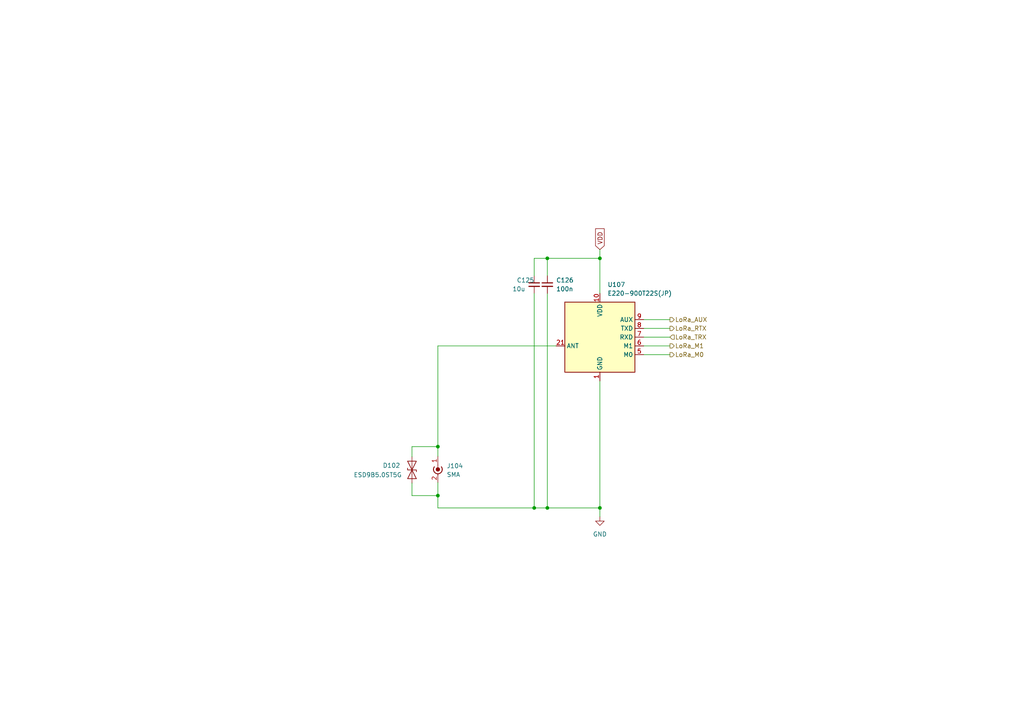
<source format=kicad_sch>
(kicad_sch
	(version 20231120)
	(generator "eeschema")
	(generator_version "8.0")
	(uuid "d339b9d8-51a7-460e-bb19-8d8c25d3e2aa")
	(paper "A4")
	(lib_symbols
		(symbol "Connector:Conn_Coaxial_Power"
			(pin_names
				(offset 1.016) hide)
			(exclude_from_sim no)
			(in_bom yes)
			(on_board yes)
			(property "Reference" "J"
				(at -5.08 -1.27 90)
				(effects
					(font
						(size 1.27 1.27)
					)
				)
			)
			(property "Value" "Conn_Coaxial_Power"
				(at -3.175 -1.27 90)
				(effects
					(font
						(size 1.27 1.27)
					)
				)
			)
			(property "Footprint" ""
				(at 0 -1.27 0)
				(effects
					(font
						(size 1.27 1.27)
					)
					(hide yes)
				)
			)
			(property "Datasheet" "~"
				(at 0 -1.27 0)
				(effects
					(font
						(size 1.27 1.27)
					)
					(hide yes)
				)
			)
			(property "Description" "coaxial connector (BNC, SMA, SMB, SMC, Cinch/RCA, LEMO, ...)"
				(at 0 0 0)
				(effects
					(font
						(size 1.27 1.27)
					)
					(hide yes)
				)
			)
			(property "ki_keywords" "BNC SMA SMB SMC LEMO coaxial connector CINCH RCA"
				(at 0 0 0)
				(effects
					(font
						(size 1.27 1.27)
					)
					(hide yes)
				)
			)
			(property "ki_fp_filters" "*BNC* *SMA* *SMB* *SMC* *Cinch* *LEMO*"
				(at 0 0 0)
				(effects
					(font
						(size 1.27 1.27)
					)
					(hide yes)
				)
			)
			(symbol "Conn_Coaxial_Power_0_1"
				(arc
					(start -1.27 -1.27)
					(mid 0 -2.5345)
					(end 1.27 -1.27)
					(stroke
						(width 0.254)
						(type default)
					)
					(fill
						(type none)
					)
				)
				(arc
					(start -1.016 -0.508)
					(mid -1.2048 -0.8684)
					(end -1.27 -1.27)
					(stroke
						(width 0.254)
						(type default)
					)
					(fill
						(type none)
					)
				)
				(circle
					(center 0 -1.27)
					(radius 0.508)
					(stroke
						(width 0.2032)
						(type default)
					)
					(fill
						(type outline)
					)
				)
				(polyline
					(pts
						(xy 0 -2.54) (xy 0 -3.048)
					)
					(stroke
						(width 0)
						(type default)
					)
					(fill
						(type none)
					)
				)
				(polyline
					(pts
						(xy 0 0) (xy 0 -1.27)
					)
					(stroke
						(width 0)
						(type default)
					)
					(fill
						(type none)
					)
				)
				(arc
					(start 1.27 -1.27)
					(mid 1.2048 -0.8684)
					(end 1.016 -0.508)
					(stroke
						(width 0.254)
						(type default)
					)
					(fill
						(type none)
					)
				)
			)
			(symbol "Conn_Coaxial_Power_1_1"
				(pin passive line
					(at 0 2.54 270)
					(length 2.54)
					(name "In"
						(effects
							(font
								(size 1.27 1.27)
							)
						)
					)
					(number "1"
						(effects
							(font
								(size 1.27 1.27)
							)
						)
					)
				)
				(pin passive line
					(at 0 -5.08 90)
					(length 2.54)
					(name "Ext"
						(effects
							(font
								(size 1.27 1.27)
							)
						)
					)
					(number "2"
						(effects
							(font
								(size 1.27 1.27)
							)
						)
					)
				)
			)
		)
		(symbol "Device:C_Small"
			(pin_numbers hide)
			(pin_names
				(offset 0.254) hide)
			(exclude_from_sim no)
			(in_bom yes)
			(on_board yes)
			(property "Reference" "C"
				(at 0.254 1.778 0)
				(effects
					(font
						(size 1.27 1.27)
					)
					(justify left)
				)
			)
			(property "Value" "C_Small"
				(at 0.254 -2.032 0)
				(effects
					(font
						(size 1.27 1.27)
					)
					(justify left)
				)
			)
			(property "Footprint" ""
				(at 0 0 0)
				(effects
					(font
						(size 1.27 1.27)
					)
					(hide yes)
				)
			)
			(property "Datasheet" "~"
				(at 0 0 0)
				(effects
					(font
						(size 1.27 1.27)
					)
					(hide yes)
				)
			)
			(property "Description" "Unpolarized capacitor, small symbol"
				(at 0 0 0)
				(effects
					(font
						(size 1.27 1.27)
					)
					(hide yes)
				)
			)
			(property "ki_keywords" "capacitor cap"
				(at 0 0 0)
				(effects
					(font
						(size 1.27 1.27)
					)
					(hide yes)
				)
			)
			(property "ki_fp_filters" "C_*"
				(at 0 0 0)
				(effects
					(font
						(size 1.27 1.27)
					)
					(hide yes)
				)
			)
			(symbol "C_Small_0_1"
				(polyline
					(pts
						(xy -1.524 -0.508) (xy 1.524 -0.508)
					)
					(stroke
						(width 0.3302)
						(type default)
					)
					(fill
						(type none)
					)
				)
				(polyline
					(pts
						(xy -1.524 0.508) (xy 1.524 0.508)
					)
					(stroke
						(width 0.3048)
						(type default)
					)
					(fill
						(type none)
					)
				)
			)
			(symbol "C_Small_1_1"
				(pin passive line
					(at 0 2.54 270)
					(length 2.032)
					(name "~"
						(effects
							(font
								(size 1.27 1.27)
							)
						)
					)
					(number "1"
						(effects
							(font
								(size 1.27 1.27)
							)
						)
					)
				)
				(pin passive line
					(at 0 -2.54 90)
					(length 2.032)
					(name "~"
						(effects
							(font
								(size 1.27 1.27)
							)
						)
					)
					(number "2"
						(effects
							(font
								(size 1.27 1.27)
							)
						)
					)
				)
			)
		)
		(symbol "Diode:ESD9B5.0ST5G"
			(pin_numbers hide)
			(pin_names
				(offset 1.016) hide)
			(exclude_from_sim no)
			(in_bom yes)
			(on_board yes)
			(property "Reference" "D"
				(at 0 2.54 0)
				(effects
					(font
						(size 1.27 1.27)
					)
				)
			)
			(property "Value" "ESD9B5.0ST5G"
				(at 0 -2.54 0)
				(effects
					(font
						(size 1.27 1.27)
					)
				)
			)
			(property "Footprint" "Diode_SMD:D_SOD-923"
				(at 0 0 0)
				(effects
					(font
						(size 1.27 1.27)
					)
					(hide yes)
				)
			)
			(property "Datasheet" "https://www.onsemi.com/pub/Collateral/ESD9B-D.PDF"
				(at 0 0 0)
				(effects
					(font
						(size 1.27 1.27)
					)
					(hide yes)
				)
			)
			(property "Description" "ESD protection diode, 5.0Vrwm, SOD-923"
				(at 0 0 0)
				(effects
					(font
						(size 1.27 1.27)
					)
					(hide yes)
				)
			)
			(property "ki_keywords" "diode TVS ESD"
				(at 0 0 0)
				(effects
					(font
						(size 1.27 1.27)
					)
					(hide yes)
				)
			)
			(property "ki_fp_filters" "D*SOD?923*"
				(at 0 0 0)
				(effects
					(font
						(size 1.27 1.27)
					)
					(hide yes)
				)
			)
			(symbol "ESD9B5.0ST5G_0_1"
				(polyline
					(pts
						(xy 1.27 0) (xy -1.27 0)
					)
					(stroke
						(width 0)
						(type default)
					)
					(fill
						(type none)
					)
				)
				(polyline
					(pts
						(xy -2.54 -1.27) (xy 0 0) (xy -2.54 1.27) (xy -2.54 -1.27)
					)
					(stroke
						(width 0.2032)
						(type default)
					)
					(fill
						(type none)
					)
				)
				(polyline
					(pts
						(xy 0.508 1.27) (xy 0 1.27) (xy 0 -1.27) (xy -0.508 -1.27)
					)
					(stroke
						(width 0.2032)
						(type default)
					)
					(fill
						(type none)
					)
				)
				(polyline
					(pts
						(xy 2.54 1.27) (xy 2.54 -1.27) (xy 0 0) (xy 2.54 1.27)
					)
					(stroke
						(width 0.2032)
						(type default)
					)
					(fill
						(type none)
					)
				)
			)
			(symbol "ESD9B5.0ST5G_1_1"
				(pin passive line
					(at -3.81 0 0)
					(length 2.54)
					(name "A1"
						(effects
							(font
								(size 1.27 1.27)
							)
						)
					)
					(number "1"
						(effects
							(font
								(size 1.27 1.27)
							)
						)
					)
				)
				(pin passive line
					(at 3.81 0 180)
					(length 2.54)
					(name "A2"
						(effects
							(font
								(size 1.27 1.27)
							)
						)
					)
					(number "2"
						(effects
							(font
								(size 1.27 1.27)
							)
						)
					)
				)
			)
		)
		(symbol "RF_Module_additional:E220-900T22S(JP)"
			(exclude_from_sim no)
			(in_bom yes)
			(on_board yes)
			(property "Reference" "U"
				(at -8.89 11.43 0)
				(effects
					(font
						(size 1.27 1.27)
					)
				)
			)
			(property "Value" "E220-900T22S(JP)"
				(at 11.43 11.43 0)
				(effects
					(font
						(size 1.27 1.27)
					)
				)
			)
			(property "Footprint" "RF_Module_additional:E220-900T22S(JP)"
				(at 0 0 0)
				(effects
					(font
						(size 1.27 1.27)
					)
					(hide yes)
				)
			)
			(property "Datasheet" "https://dragon-torch.tech/wp-content/uploads/2023/05/data_sheet_Rev1.4.pdf"
				(at 7.62 -11.43 0)
				(effects
					(font
						(size 1.27 1.27)
					)
					(hide yes)
				)
			)
			(property "Description" "920MHz LoRa Module, comply with Japanese wireless regulation"
				(at 0 0 0)
				(effects
					(font
						(size 1.27 1.27)
					)
					(hide yes)
				)
			)
			(property "ki_keywords" "RF 920 920MHz LoRa Module"
				(at 0 0 0)
				(effects
					(font
						(size 1.27 1.27)
					)
					(hide yes)
				)
			)
			(symbol "E220-900T22S(JP)_0_1"
				(rectangle
					(start -10.16 10.16)
					(end 10.16 -10.16)
					(stroke
						(width 0.254)
						(type default)
					)
					(fill
						(type background)
					)
				)
			)
			(symbol "E220-900T22S(JP)_1_1"
				(pin power_in line
					(at 0 -12.7 90)
					(length 2.54)
					(name "GND"
						(effects
							(font
								(size 1.27 1.27)
							)
						)
					)
					(number "1"
						(effects
							(font
								(size 1.27 1.27)
							)
						)
					)
				)
				(pin power_in line
					(at 0 12.7 270)
					(length 2.54)
					(name "VDD"
						(effects
							(font
								(size 1.27 1.27)
							)
						)
					)
					(number "10"
						(effects
							(font
								(size 1.27 1.27)
							)
						)
					)
				)
				(pin passive line
					(at 0 -12.7 90)
					(length 2.54) hide
					(name "GND"
						(effects
							(font
								(size 1.27 1.27)
							)
						)
					)
					(number "11"
						(effects
							(font
								(size 1.27 1.27)
							)
						)
					)
				)
				(pin passive line
					(at 0 -12.7 90)
					(length 2.54) hide
					(name "GND"
						(effects
							(font
								(size 1.27 1.27)
							)
						)
					)
					(number "13"
						(effects
							(font
								(size 1.27 1.27)
							)
						)
					)
				)
				(pin passive line
					(at 0 -12.7 90)
					(length 2.54) hide
					(name "GND"
						(effects
							(font
								(size 1.27 1.27)
							)
						)
					)
					(number "19"
						(effects
							(font
								(size 1.27 1.27)
							)
						)
					)
				)
				(pin passive line
					(at 0 -12.7 90)
					(length 2.54) hide
					(name "GND"
						(effects
							(font
								(size 1.27 1.27)
							)
						)
					)
					(number "2"
						(effects
							(font
								(size 1.27 1.27)
							)
						)
					)
				)
				(pin passive line
					(at 0 -12.7 90)
					(length 2.54) hide
					(name "GND"
						(effects
							(font
								(size 1.27 1.27)
							)
						)
					)
					(number "20"
						(effects
							(font
								(size 1.27 1.27)
							)
						)
					)
				)
				(pin power_in line
					(at -12.7 -2.54 0)
					(length 2.54)
					(name "ANT"
						(effects
							(font
								(size 1.27 1.27)
							)
						)
					)
					(number "21"
						(effects
							(font
								(size 1.27 1.27)
							)
						)
					)
				)
				(pin passive line
					(at 0 -12.7 90)
					(length 2.54) hide
					(name "GND"
						(effects
							(font
								(size 1.27 1.27)
							)
						)
					)
					(number "22"
						(effects
							(font
								(size 1.27 1.27)
							)
						)
					)
				)
				(pin passive line
					(at 0 -12.7 90)
					(length 2.54) hide
					(name "GND"
						(effects
							(font
								(size 1.27 1.27)
							)
						)
					)
					(number "3"
						(effects
							(font
								(size 1.27 1.27)
							)
						)
					)
				)
				(pin passive line
					(at 0 -12.7 90)
					(length 2.54) hide
					(name "GND"
						(effects
							(font
								(size 1.27 1.27)
							)
						)
					)
					(number "4"
						(effects
							(font
								(size 1.27 1.27)
							)
						)
					)
				)
				(pin input line
					(at 12.7 -5.08 180)
					(length 2.54)
					(name "M0"
						(effects
							(font
								(size 1.27 1.27)
							)
						)
					)
					(number "5"
						(effects
							(font
								(size 1.27 1.27)
							)
						)
					)
				)
				(pin input line
					(at 12.7 -2.54 180)
					(length 2.54)
					(name "M1"
						(effects
							(font
								(size 1.27 1.27)
							)
						)
					)
					(number "6"
						(effects
							(font
								(size 1.27 1.27)
							)
						)
					)
				)
				(pin input line
					(at 12.7 0 180)
					(length 2.54)
					(name "RXD"
						(effects
							(font
								(size 1.27 1.27)
							)
						)
					)
					(number "7"
						(effects
							(font
								(size 1.27 1.27)
							)
						)
					)
				)
				(pin output line
					(at 12.7 2.54 180)
					(length 2.54)
					(name "TXD"
						(effects
							(font
								(size 1.27 1.27)
							)
						)
					)
					(number "8"
						(effects
							(font
								(size 1.27 1.27)
							)
						)
					)
				)
				(pin output line
					(at 12.7 5.08 180)
					(length 2.54)
					(name "AUX"
						(effects
							(font
								(size 1.27 1.27)
							)
						)
					)
					(number "9"
						(effects
							(font
								(size 1.27 1.27)
							)
						)
					)
				)
			)
		)
		(symbol "power:GND"
			(power)
			(pin_names
				(offset 0)
			)
			(exclude_from_sim no)
			(in_bom yes)
			(on_board yes)
			(property "Reference" "#PWR"
				(at 0 -6.35 0)
				(effects
					(font
						(size 1.27 1.27)
					)
					(hide yes)
				)
			)
			(property "Value" "GND"
				(at 0 -3.81 0)
				(effects
					(font
						(size 1.27 1.27)
					)
				)
			)
			(property "Footprint" ""
				(at 0 0 0)
				(effects
					(font
						(size 1.27 1.27)
					)
					(hide yes)
				)
			)
			(property "Datasheet" ""
				(at 0 0 0)
				(effects
					(font
						(size 1.27 1.27)
					)
					(hide yes)
				)
			)
			(property "Description" "Power symbol creates a global label with name \"GND\" , ground"
				(at 0 0 0)
				(effects
					(font
						(size 1.27 1.27)
					)
					(hide yes)
				)
			)
			(property "ki_keywords" "global power"
				(at 0 0 0)
				(effects
					(font
						(size 1.27 1.27)
					)
					(hide yes)
				)
			)
			(symbol "GND_0_1"
				(polyline
					(pts
						(xy 0 0) (xy 0 -1.27) (xy 1.27 -1.27) (xy 0 -2.54) (xy -1.27 -1.27) (xy 0 -1.27)
					)
					(stroke
						(width 0)
						(type default)
					)
					(fill
						(type none)
					)
				)
			)
			(symbol "GND_1_1"
				(pin power_in line
					(at 0 0 270)
					(length 0) hide
					(name "GND"
						(effects
							(font
								(size 1.27 1.27)
							)
						)
					)
					(number "1"
						(effects
							(font
								(size 1.27 1.27)
							)
						)
					)
				)
			)
		)
	)
	(junction
		(at 127 143.7436)
		(diameter 0)
		(color 0 0 0 0)
		(uuid "2e6dd3c6-1ecc-48ae-b7b8-9f1d510423bd")
	)
	(junction
		(at 173.99 147.32)
		(diameter 0)
		(color 0 0 0 0)
		(uuid "355c01bf-ab79-4dd5-ba30-ae79abea33c3")
	)
	(junction
		(at 173.99 74.93)
		(diameter 0)
		(color 0 0 0 0)
		(uuid "57ffcb14-8225-4f1d-8075-ee953724838f")
	)
	(junction
		(at 154.94 147.32)
		(diameter 0)
		(color 0 0 0 0)
		(uuid "8ec9b8d2-7105-4836-829c-0c4793ed3a9c")
	)
	(junction
		(at 158.75 147.32)
		(diameter 0)
		(color 0 0 0 0)
		(uuid "a8aa2793-baf2-483b-b20a-337b66a83a8b")
	)
	(junction
		(at 127 129.54)
		(diameter 0)
		(color 0 0 0 0)
		(uuid "dc875fa9-27b3-4c90-ae2b-fa7d9f9cd3cf")
	)
	(junction
		(at 158.75 74.93)
		(diameter 0)
		(color 0 0 0 0)
		(uuid "f057d2b7-87b3-41bc-9666-cdd1a9a7936c")
	)
	(wire
		(pts
			(xy 127 139.956) (xy 127 143.7436)
		)
		(stroke
			(width 0)
			(type default)
		)
		(uuid "06cd50a1-1287-4dcc-a968-a6846473d675")
	)
	(wire
		(pts
			(xy 154.94 147.32) (xy 158.75 147.32)
		)
		(stroke
			(width 0)
			(type default)
		)
		(uuid "09c5680e-351b-446a-8e75-fba7b9a1a3ad")
	)
	(wire
		(pts
			(xy 158.75 74.93) (xy 158.75 80.01)
		)
		(stroke
			(width 0)
			(type default)
		)
		(uuid "0bbed2cd-98e4-4fcd-b7ad-88f6edbf5cee")
	)
	(wire
		(pts
			(xy 173.99 147.32) (xy 173.99 149.86)
		)
		(stroke
			(width 0)
			(type default)
		)
		(uuid "182fb241-c2a4-4a2d-86ce-45b9e67cdba7")
	)
	(wire
		(pts
			(xy 194.31 95.25) (xy 186.69 95.25)
		)
		(stroke
			(width 0)
			(type default)
		)
		(uuid "35b049f7-4421-4c0b-a0c7-fd996386beaf")
	)
	(wire
		(pts
			(xy 158.75 147.32) (xy 173.99 147.32)
		)
		(stroke
			(width 0)
			(type default)
		)
		(uuid "3d9c3178-d3af-4b4b-b4b0-5de4af503508")
	)
	(wire
		(pts
			(xy 194.31 100.33) (xy 186.69 100.33)
		)
		(stroke
			(width 0)
			(type default)
		)
		(uuid "487fc7eb-0e39-4365-9eb7-696ac6d007f6")
	)
	(wire
		(pts
			(xy 158.75 85.09) (xy 158.75 147.32)
		)
		(stroke
			(width 0)
			(type default)
		)
		(uuid "4920bcdd-325a-465b-8e4d-7514f699b0a9")
	)
	(wire
		(pts
			(xy 173.99 74.93) (xy 173.99 85.09)
		)
		(stroke
			(width 0)
			(type default)
		)
		(uuid "4be6cb6a-284d-4370-acd2-45a1b427dd85")
	)
	(wire
		(pts
			(xy 119.4899 140.11) (xy 119.4899 143.7436)
		)
		(stroke
			(width 0)
			(type default)
		)
		(uuid "52861cce-e615-402d-9f6d-d015f682dd71")
	)
	(wire
		(pts
			(xy 119.4899 132.49) (xy 119.4899 129.54)
		)
		(stroke
			(width 0)
			(type default)
		)
		(uuid "616f9c31-c307-43ba-9c90-3d7b0c591f5a")
	)
	(wire
		(pts
			(xy 127 147.32) (xy 154.94 147.32)
		)
		(stroke
			(width 0)
			(type default)
		)
		(uuid "617bcfb3-88be-4619-85c2-f3cb2d12ec78")
	)
	(wire
		(pts
			(xy 186.69 97.79) (xy 194.31 97.79)
		)
		(stroke
			(width 0)
			(type default)
		)
		(uuid "6e2f2a86-94df-437a-bb89-1921fa4426ea")
	)
	(wire
		(pts
			(xy 154.94 85.09) (xy 154.94 147.32)
		)
		(stroke
			(width 0)
			(type default)
		)
		(uuid "77c958a1-9195-407b-b058-68c29f69b00c")
	)
	(wire
		(pts
			(xy 173.99 72.39) (xy 173.99 74.93)
		)
		(stroke
			(width 0)
			(type default)
		)
		(uuid "7e332e91-c1d9-4e3e-8bf7-f0eeed868f41")
	)
	(wire
		(pts
			(xy 186.69 92.71) (xy 194.31 92.71)
		)
		(stroke
			(width 0)
			(type default)
		)
		(uuid "8069b63b-a7ee-4ae7-803b-f9b6e62dda2a")
	)
	(wire
		(pts
			(xy 154.94 74.93) (xy 158.75 74.93)
		)
		(stroke
			(width 0)
			(type default)
		)
		(uuid "84033989-2ce9-4450-8815-c570a74fc22e")
	)
	(wire
		(pts
			(xy 127 100.33) (xy 127 129.54)
		)
		(stroke
			(width 0)
			(type default)
		)
		(uuid "86de6728-a740-45f4-bad0-61d8865f0846")
	)
	(wire
		(pts
			(xy 154.94 80.01) (xy 154.94 74.93)
		)
		(stroke
			(width 0)
			(type default)
		)
		(uuid "96d28f05-2242-49d2-bbbb-98c5eea2c51a")
	)
	(wire
		(pts
			(xy 119.4899 143.7436) (xy 127 143.7436)
		)
		(stroke
			(width 0)
			(type default)
		)
		(uuid "a04e00f8-269d-469e-acc3-14cfb738a24f")
	)
	(wire
		(pts
			(xy 127 129.54) (xy 127 132.336)
		)
		(stroke
			(width 0)
			(type default)
		)
		(uuid "ad520e63-7e65-4835-bf96-86e5b3ee5452")
	)
	(wire
		(pts
			(xy 173.99 110.49) (xy 173.99 147.32)
		)
		(stroke
			(width 0)
			(type default)
		)
		(uuid "b0878cb7-e771-4d0e-99a7-9f13b16ee4ad")
	)
	(wire
		(pts
			(xy 119.4899 129.54) (xy 127 129.54)
		)
		(stroke
			(width 0)
			(type default)
		)
		(uuid "baa9ce80-170b-4862-800f-393addb06d77")
	)
	(wire
		(pts
			(xy 127 143.7436) (xy 127 147.32)
		)
		(stroke
			(width 0)
			(type default)
		)
		(uuid "c47c827a-2b27-4f86-a8e7-508bc0dda052")
	)
	(wire
		(pts
			(xy 127 100.33) (xy 161.29 100.33)
		)
		(stroke
			(width 0)
			(type default)
		)
		(uuid "c9b390a7-cadc-4af1-80b5-0a9d753808b7")
	)
	(wire
		(pts
			(xy 186.69 102.87) (xy 194.31 102.87)
		)
		(stroke
			(width 0)
			(type default)
		)
		(uuid "cab9b73e-0794-4d40-8c30-8473fd9820e9")
	)
	(wire
		(pts
			(xy 158.75 74.93) (xy 173.99 74.93)
		)
		(stroke
			(width 0)
			(type default)
		)
		(uuid "e4ba0dde-fcf8-4b39-97e9-02be8e3130dd")
	)
	(global_label "VDD"
		(shape input)
		(at 173.99 72.39 90)
		(fields_autoplaced yes)
		(effects
			(font
				(size 1.27 1.27)
			)
			(justify left)
		)
		(uuid "92f3ab37-83c7-498e-b38d-f33b4c137008")
		(property "Intersheetrefs" "${INTERSHEET_REFS}"
			(at 173.99 65.7762 90)
			(effects
				(font
					(size 1.27 1.27)
				)
				(justify left)
				(hide yes)
			)
		)
	)
	(hierarchical_label "LoRa_M0"
		(shape output)
		(at 194.31 102.87 0)
		(fields_autoplaced yes)
		(effects
			(font
				(size 1.27 1.27)
			)
			(justify left)
		)
		(uuid "0037211b-aaa7-4823-bcd5-63ac6d0e9f53")
	)
	(hierarchical_label "LoRa_AUX"
		(shape output)
		(at 194.31 92.71 0)
		(fields_autoplaced yes)
		(effects
			(font
				(size 1.27 1.27)
			)
			(justify left)
		)
		(uuid "2c9a0029-76b4-47eb-80ae-ef665d58823d")
	)
	(hierarchical_label "LoRa_M1"
		(shape output)
		(at 194.31 100.33 0)
		(fields_autoplaced yes)
		(effects
			(font
				(size 1.27 1.27)
			)
			(justify left)
		)
		(uuid "9a3fe4a3-b2d5-4d47-9469-048d39e88567")
	)
	(hierarchical_label "LoRa_RTX"
		(shape output)
		(at 194.31 95.25 0)
		(fields_autoplaced yes)
		(effects
			(font
				(size 1.27 1.27)
			)
			(justify left)
		)
		(uuid "a12fddad-04ab-413b-bd1c-a0c82f705466")
	)
	(hierarchical_label "LoRa_TRX"
		(shape input)
		(at 194.31 97.79 0)
		(fields_autoplaced yes)
		(effects
			(font
				(size 1.27 1.27)
			)
			(justify left)
		)
		(uuid "b4c040f4-72b7-4e68-a213-ac1b2004fa4d")
	)
	(symbol
		(lib_id "power:GND")
		(at 173.99 149.86 0)
		(unit 1)
		(exclude_from_sim no)
		(in_bom yes)
		(on_board yes)
		(dnp no)
		(fields_autoplaced yes)
		(uuid "14349938-dfe3-48cb-b1e2-a2ce153809ad")
		(property "Reference" "#PWR0107"
			(at 173.99 156.21 0)
			(effects
				(font
					(size 1.27 1.27)
				)
				(hide yes)
			)
		)
		(property "Value" "GND"
			(at 173.99 154.94 0)
			(effects
				(font
					(size 1.27 1.27)
				)
			)
		)
		(property "Footprint" ""
			(at 173.99 149.86 0)
			(effects
				(font
					(size 1.27 1.27)
				)
				(hide yes)
			)
		)
		(property "Datasheet" ""
			(at 173.99 149.86 0)
			(effects
				(font
					(size 1.27 1.27)
				)
				(hide yes)
			)
		)
		(property "Description" ""
			(at 173.99 149.86 0)
			(effects
				(font
					(size 1.27 1.27)
				)
				(hide yes)
			)
		)
		(pin "1"
			(uuid "83afa4e0-572d-49fd-8a5c-eb1b1c98392a")
		)
		(instances
			(project "Tracker"
				(path "/485a01ee-6a57-485f-8e4c-0ef4d16d0717/efd7ae85-9fe5-4157-81cb-d43dd184a75d"
					(reference "#PWR0107")
					(unit 1)
				)
			)
			(project "GS"
				(path "/920f9ee9-d8de-4f24-ad72-1c45434a67fe/3316d3c7-e589-4a85-9cfa-f266c9e23539"
					(reference "#PWR0155")
					(unit 1)
				)
				(path "/920f9ee9-d8de-4f24-ad72-1c45434a67fe/427de6ad-f4b2-42a4-bd89-dc23e902e8bd"
					(reference "#PWR0212")
					(unit 1)
				)
			)
			(project "LoRa"
				(path "/d339b9d8-51a7-460e-bb19-8d8c25d3e2aa"
					(reference "#PWR0155")
					(unit 1)
				)
			)
		)
	)
	(symbol
		(lib_id "Device:C_Small")
		(at 158.75 82.55 0)
		(unit 1)
		(exclude_from_sim no)
		(in_bom yes)
		(on_board yes)
		(dnp no)
		(uuid "3dcfd070-c625-41c6-b6c3-372a62eade29")
		(property "Reference" "C108"
			(at 161.29 81.2863 0)
			(effects
				(font
					(size 1.27 1.27)
				)
				(justify left)
			)
		)
		(property "Value" "100n"
			(at 161.29 83.82 0)
			(effects
				(font
					(size 1.27 1.27)
				)
				(justify left)
			)
		)
		(property "Footprint" "Capacitor_SMD:C_0402_1005Metric"
			(at 158.75 82.55 0)
			(effects
				(font
					(size 1.27 1.27)
				)
				(hide yes)
			)
		)
		(property "Datasheet" "~"
			(at 158.75 82.55 0)
			(effects
				(font
					(size 1.27 1.27)
				)
				(hide yes)
			)
		)
		(property "Description" ""
			(at 158.75 82.55 0)
			(effects
				(font
					(size 1.27 1.27)
				)
				(hide yes)
			)
		)
		(property "LCSC" "C1525"
			(at 158.75 82.55 0)
			(effects
				(font
					(size 1.27 1.27)
				)
				(hide yes)
			)
		)
		(pin "1"
			(uuid "add4fdb6-ad9e-4165-8ad9-1851804590a3")
		)
		(pin "2"
			(uuid "5982d33e-c49a-4703-95e5-d2ef0f77510d")
		)
		(instances
			(project "Tracker"
				(path "/485a01ee-6a57-485f-8e4c-0ef4d16d0717/efd7ae85-9fe5-4157-81cb-d43dd184a75d"
					(reference "C108")
					(unit 1)
				)
			)
			(project "GS"
				(path "/920f9ee9-d8de-4f24-ad72-1c45434a67fe/3316d3c7-e589-4a85-9cfa-f266c9e23539"
					(reference "C126")
					(unit 1)
				)
				(path "/920f9ee9-d8de-4f24-ad72-1c45434a67fe/427de6ad-f4b2-42a4-bd89-dc23e902e8bd"
					(reference "C160")
					(unit 1)
				)
			)
			(project "LoRa"
				(path "/d339b9d8-51a7-460e-bb19-8d8c25d3e2aa"
					(reference "C126")
					(unit 1)
				)
			)
		)
	)
	(symbol
		(lib_id "Diode:ESD9B5.0ST5G")
		(at 119.4899 136.3 90)
		(unit 1)
		(exclude_from_sim no)
		(in_bom yes)
		(on_board yes)
		(dnp no)
		(uuid "ae2954ef-a406-4a00-bb23-4113abab6ce9")
		(property "Reference" "D101"
			(at 110.983 135.0088 90)
			(effects
				(font
					(size 1.27 1.27)
				)
				(justify right)
			)
		)
		(property "Value" "ESD9B5.0ST5G"
			(at 102.552 137.7431 90)
			(effects
				(font
					(size 1.27 1.27)
				)
				(justify right)
			)
		)
		(property "Footprint" "Diode_SMD:D_SOD-882"
			(at 119.4899 136.3 0)
			(effects
				(font
					(size 1.27 1.27)
				)
				(hide yes)
			)
		)
		(property "Datasheet" "https://www.onsemi.com/pub/Collateral/ESD9B-D.PDF"
			(at 119.4899 136.3 0)
			(effects
				(font
					(size 1.27 1.27)
				)
				(hide yes)
			)
		)
		(property "Description" "ESD protection diode, 5.0Vrwm, SOD-923"
			(at 119.4899 136.3 0)
			(effects
				(font
					(size 1.27 1.27)
				)
				(hide yes)
			)
		)
		(property "LCSC" " C7420372"
			(at 119.4899 136.3 0)
			(effects
				(font
					(size 1.27 1.27)
				)
				(hide yes)
			)
		)
		(pin "1"
			(uuid "3e2b3bdb-64f4-4212-93d4-f5cc238c7b2f")
		)
		(pin "2"
			(uuid "f514b8b3-106f-4c06-b65f-8e1dce2e732b")
		)
		(instances
			(project "Tracker"
				(path "/485a01ee-6a57-485f-8e4c-0ef4d16d0717/efd7ae85-9fe5-4157-81cb-d43dd184a75d"
					(reference "D101")
					(unit 1)
				)
			)
			(project "GS"
				(path "/920f9ee9-d8de-4f24-ad72-1c45434a67fe/3316d3c7-e589-4a85-9cfa-f266c9e23539"
					(reference "D102")
					(unit 1)
				)
				(path "/920f9ee9-d8de-4f24-ad72-1c45434a67fe/427de6ad-f4b2-42a4-bd89-dc23e902e8bd"
					(reference "D102")
					(unit 1)
				)
			)
			(project "LoRa"
				(path "/d339b9d8-51a7-460e-bb19-8d8c25d3e2aa"
					(reference "D102")
					(unit 1)
				)
			)
		)
	)
	(symbol
		(lib_id "Connector:Conn_Coaxial_Power")
		(at 127 134.876 0)
		(unit 1)
		(exclude_from_sim no)
		(in_bom yes)
		(on_board yes)
		(dnp no)
		(fields_autoplaced yes)
		(uuid "dbfe1696-caf5-4668-895d-49c4fbb8b3ea")
		(property "Reference" "J101"
			(at 129.54 135.13 0)
			(effects
				(font
					(size 1.27 1.27)
				)
				(justify left)
			)
		)
		(property "Value" "SMA"
			(at 129.54 137.67 0)
			(effects
				(font
					(size 1.27 1.27)
				)
				(justify left)
			)
		)
		(property "Footprint" "Connector_Coaxial:SMA_Amphenol_132203-12_Horizontal"
			(at 127 136.146 0)
			(effects
				(font
					(size 1.27 1.27)
				)
				(hide yes)
			)
		)
		(property "Datasheet" "~"
			(at 127 136.146 0)
			(effects
				(font
					(size 1.27 1.27)
				)
				(hide yes)
			)
		)
		(property "Description" ""
			(at 127 134.876 0)
			(effects
				(font
					(size 1.27 1.27)
				)
				(hide yes)
			)
		)
		(property "LCSC" " C2693813"
			(at 127 134.876 0)
			(effects
				(font
					(size 1.27 1.27)
				)
				(hide yes)
			)
		)
		(pin "1"
			(uuid "b6d2e20b-edea-4e82-bd0a-3417cc27568e")
		)
		(pin "2"
			(uuid "2cfe025c-77a3-453b-a674-eb6fc9f6321e")
		)
		(instances
			(project "Tracker"
				(path "/485a01ee-6a57-485f-8e4c-0ef4d16d0717/efd7ae85-9fe5-4157-81cb-d43dd184a75d"
					(reference "J101")
					(unit 1)
				)
			)
			(project "GS"
				(path "/920f9ee9-d8de-4f24-ad72-1c45434a67fe/3316d3c7-e589-4a85-9cfa-f266c9e23539"
					(reference "J104")
					(unit 1)
				)
				(path "/920f9ee9-d8de-4f24-ad72-1c45434a67fe/427de6ad-f4b2-42a4-bd89-dc23e902e8bd"
					(reference "J112")
					(unit 1)
				)
			)
			(project "LoRa"
				(path "/d339b9d8-51a7-460e-bb19-8d8c25d3e2aa"
					(reference "J104")
					(unit 1)
				)
			)
		)
	)
	(symbol
		(lib_id "RF_Module_additional:E220-900T22S(JP)")
		(at 173.99 97.79 0)
		(unit 1)
		(exclude_from_sim no)
		(in_bom yes)
		(on_board yes)
		(dnp no)
		(fields_autoplaced yes)
		(uuid "e0407b35-99a1-4ec0-addc-e374191165b0")
		(property "Reference" "U103"
			(at 176.1841 82.55 0)
			(effects
				(font
					(size 1.27 1.27)
				)
				(justify left)
			)
		)
		(property "Value" "E220-900T22S(JP)"
			(at 176.1841 85.09 0)
			(effects
				(font
					(size 1.27 1.27)
				)
				(justify left)
			)
		)
		(property "Footprint" "WOBClibrary:E220-900T22S(JP)"
			(at 173.99 97.79 0)
			(effects
				(font
					(size 1.27 1.27)
				)
				(hide yes)
			)
		)
		(property "Datasheet" "https://dragon-torch.tech/wp-content/uploads/2023/05/data_sheet_Rev1.4.pdf"
			(at 181.61 109.22 0)
			(effects
				(font
					(size 1.27 1.27)
				)
				(hide yes)
			)
		)
		(property "Description" ""
			(at 173.99 97.79 0)
			(effects
				(font
					(size 1.27 1.27)
				)
				(hide yes)
			)
		)
		(property "LCSC" ""
			(at 173.99 97.79 0)
			(effects
				(font
					(size 1.27 1.27)
				)
				(hide yes)
			)
		)
		(pin "1"
			(uuid "3f60bcb0-9b00-4852-9f13-757d2de593fd")
		)
		(pin "10"
			(uuid "bdd0fb2a-74af-4d0f-9db0-aed8c0b83001")
		)
		(pin "11"
			(uuid "2e46c5bc-ca1b-4004-9bce-fbb1b1b8f9e7")
		)
		(pin "13"
			(uuid "948b72e1-30f0-46e6-96a1-aa36ca50c95c")
		)
		(pin "19"
			(uuid "5e937257-63e1-41f6-b8b9-c834551c1ae5")
		)
		(pin "2"
			(uuid "70b50c39-1911-4c77-a185-7e0176be655d")
		)
		(pin "20"
			(uuid "0b870deb-6691-454d-84eb-4cee6a47d19f")
		)
		(pin "21"
			(uuid "4d5914c4-3f3f-4be3-b1cc-0352712a1b43")
		)
		(pin "22"
			(uuid "8d85d1f5-e305-4805-8564-6ccc37985cb2")
		)
		(pin "3"
			(uuid "3e96d363-b00e-409b-be7b-2b6209b7223b")
		)
		(pin "4"
			(uuid "4ce030b6-383c-4d54-83d9-113fdceda6fc")
		)
		(pin "5"
			(uuid "59cd05c5-33e5-4755-8df6-fdde249135d5")
		)
		(pin "6"
			(uuid "049d67ef-0b23-49e2-b1ad-496cfc7e2e83")
		)
		(pin "7"
			(uuid "8cfb3bda-2dd3-426c-ad95-fcd5cc7a4a80")
		)
		(pin "8"
			(uuid "6e932e0f-6ff3-423f-b746-8637c045b838")
		)
		(pin "9"
			(uuid "5de4198c-18c2-4092-9e29-09b8b4d156c4")
		)
		(instances
			(project "Tracker"
				(path "/485a01ee-6a57-485f-8e4c-0ef4d16d0717/efd7ae85-9fe5-4157-81cb-d43dd184a75d"
					(reference "U103")
					(unit 1)
				)
			)
			(project "GS"
				(path "/920f9ee9-d8de-4f24-ad72-1c45434a67fe/3316d3c7-e589-4a85-9cfa-f266c9e23539"
					(reference "U107")
					(unit 1)
				)
				(path "/920f9ee9-d8de-4f24-ad72-1c45434a67fe/427de6ad-f4b2-42a4-bd89-dc23e902e8bd"
					(reference "U114")
					(unit 1)
				)
			)
			(project "LoRa"
				(path "/d339b9d8-51a7-460e-bb19-8d8c25d3e2aa"
					(reference "U107")
					(unit 1)
				)
			)
		)
	)
	(symbol
		(lib_id "Device:C_Small")
		(at 154.94 82.55 0)
		(unit 1)
		(exclude_from_sim no)
		(in_bom yes)
		(on_board yes)
		(dnp no)
		(uuid "fd61f4b3-a7bb-4917-b498-8043f0432432")
		(property "Reference" "C107"
			(at 149.86 81.28 0)
			(effects
				(font
					(size 1.27 1.27)
				)
				(justify left)
			)
		)
		(property "Value" "10u"
			(at 148.59 83.82 0)
			(effects
				(font
					(size 1.27 1.27)
				)
				(justify left)
			)
		)
		(property "Footprint" "Capacitor_SMD:C_0603_1608Metric"
			(at 154.94 82.55 0)
			(effects
				(font
					(size 1.27 1.27)
				)
				(hide yes)
			)
		)
		(property "Datasheet" "~"
			(at 154.94 82.55 0)
			(effects
				(font
					(size 1.27 1.27)
				)
				(hide yes)
			)
		)
		(property "Description" ""
			(at 154.94 82.55 0)
			(effects
				(font
					(size 1.27 1.27)
				)
				(hide yes)
			)
		)
		(property "LCSC" "C96446"
			(at 154.94 82.55 0)
			(effects
				(font
					(size 1.27 1.27)
				)
				(hide yes)
			)
		)
		(pin "1"
			(uuid "79057e80-2603-4ad9-9d77-1d29597df2bf")
		)
		(pin "2"
			(uuid "46caecbe-195d-4343-9edd-ccd13c87add8")
		)
		(instances
			(project "Tracker"
				(path "/485a01ee-6a57-485f-8e4c-0ef4d16d0717/efd7ae85-9fe5-4157-81cb-d43dd184a75d"
					(reference "C107")
					(unit 1)
				)
			)
			(project "GS"
				(path "/920f9ee9-d8de-4f24-ad72-1c45434a67fe/3316d3c7-e589-4a85-9cfa-f266c9e23539"
					(reference "C125")
					(unit 1)
				)
				(path "/920f9ee9-d8de-4f24-ad72-1c45434a67fe/427de6ad-f4b2-42a4-bd89-dc23e902e8bd"
					(reference "C159")
					(unit 1)
				)
			)
			(project "LoRa"
				(path "/d339b9d8-51a7-460e-bb19-8d8c25d3e2aa"
					(reference "C125")
					(unit 1)
				)
			)
		)
	)
)
</source>
